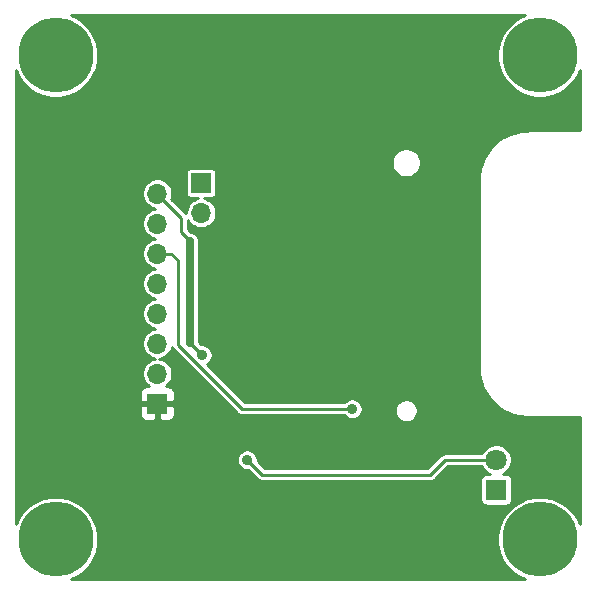
<source format=gbl>
G04 #@! TF.GenerationSoftware,KiCad,Pcbnew,(5.1.10)-1*
G04 #@! TF.CreationDate,2021-09-22T18:41:59-04:00*
G04 #@! TF.ProjectId,SD_CARD_X49,53445f43-4152-4445-9f58-34392e6b6963,1*
G04 #@! TF.SameCoordinates,Original*
G04 #@! TF.FileFunction,Copper,L2,Bot*
G04 #@! TF.FilePolarity,Positive*
%FSLAX46Y46*%
G04 Gerber Fmt 4.6, Leading zero omitted, Abs format (unit mm)*
G04 Created by KiCad (PCBNEW (5.1.10)-1) date 2021-09-22 18:41:59*
%MOMM*%
%LPD*%
G01*
G04 APERTURE LIST*
G04 #@! TA.AperFunction,ComponentPad*
%ADD10C,6.350000*%
G04 #@! TD*
G04 #@! TA.AperFunction,ComponentPad*
%ADD11R,1.800000X1.800000*%
G04 #@! TD*
G04 #@! TA.AperFunction,ComponentPad*
%ADD12C,1.800000*%
G04 #@! TD*
G04 #@! TA.AperFunction,ComponentPad*
%ADD13R,1.700000X1.700000*%
G04 #@! TD*
G04 #@! TA.AperFunction,ComponentPad*
%ADD14O,1.700000X1.700000*%
G04 #@! TD*
G04 #@! TA.AperFunction,ViaPad*
%ADD15C,0.889000*%
G04 #@! TD*
G04 #@! TA.AperFunction,Conductor*
%ADD16C,0.254000*%
G04 #@! TD*
G04 #@! TA.AperFunction,Conductor*
%ADD17C,0.635000*%
G04 #@! TD*
G04 #@! TA.AperFunction,Conductor*
%ADD18C,0.150000*%
G04 #@! TD*
G04 APERTURE END LIST*
D10*
X14000000Y-55000000D03*
X55000000Y-55000000D03*
X55000000Y-14000000D03*
X14000000Y-14000000D03*
D11*
X51308000Y-50800000D03*
D12*
X51308000Y-48260000D03*
D13*
X22600000Y-43500000D03*
D14*
X22600000Y-40960000D03*
X22600000Y-38420000D03*
X22600000Y-35880000D03*
X22600000Y-33340000D03*
X22600000Y-30800000D03*
X22600000Y-28260000D03*
X22600000Y-25720000D03*
D13*
X26325001Y-24825001D03*
D14*
X26325001Y-27365001D03*
D15*
X39400000Y-30800000D03*
X42700000Y-19400000D03*
X42700000Y-47900000D03*
X39200000Y-38500100D03*
X33500000Y-30500000D03*
X36830000Y-19558000D03*
X32258000Y-19558000D03*
X27686000Y-19304000D03*
X22860000Y-20066000D03*
X26416000Y-39370000D03*
X30226000Y-48260000D03*
X39116000Y-43942000D03*
D16*
X26416000Y-39370000D02*
X25400000Y-38354000D01*
X25400000Y-29718000D02*
X24638000Y-28956000D01*
X24638000Y-27758000D02*
X22600000Y-25720000D01*
X24638000Y-28956000D02*
X24638000Y-27758000D01*
D17*
X25400000Y-29718000D02*
X25400000Y-38354000D01*
D16*
X51308000Y-48260000D02*
X46990000Y-48260000D01*
X46990000Y-48260000D02*
X45720000Y-49530000D01*
X31496000Y-49530000D02*
X30226000Y-48260000D01*
X45720000Y-49530000D02*
X31496000Y-49530000D01*
X23802081Y-30800000D02*
X24384000Y-31381919D01*
X22600000Y-30800000D02*
X23802081Y-30800000D01*
X24384000Y-38559742D02*
X29766258Y-43942000D01*
X24384000Y-31381919D02*
X24384000Y-38559742D01*
X29766258Y-43942000D02*
X39116000Y-43942000D01*
X53291539Y-10803695D02*
X52700799Y-11198415D01*
X52198415Y-11700799D01*
X51803695Y-12291539D01*
X51531807Y-12947935D01*
X51393200Y-13644761D01*
X51393200Y-14355239D01*
X51531807Y-15052065D01*
X51803695Y-15708461D01*
X52198415Y-16299201D01*
X52700799Y-16801585D01*
X53291539Y-17196305D01*
X53947935Y-17468193D01*
X54644761Y-17606800D01*
X55355239Y-17606800D01*
X56052065Y-17468193D01*
X56708461Y-17196305D01*
X57299201Y-16801585D01*
X57801585Y-16299201D01*
X58196305Y-15708461D01*
X58377700Y-15270535D01*
X58377701Y-20377700D01*
X53969428Y-20377700D01*
X53941014Y-20380499D01*
X53919165Y-20380346D01*
X53910517Y-20381194D01*
X53231178Y-20452596D01*
X53175909Y-20463941D01*
X53120526Y-20474506D01*
X53112208Y-20477017D01*
X52459676Y-20679009D01*
X52407692Y-20700861D01*
X52355387Y-20721994D01*
X52347715Y-20726073D01*
X51746844Y-21050963D01*
X51700077Y-21082508D01*
X51652890Y-21113386D01*
X51646156Y-21118877D01*
X51119833Y-21554289D01*
X51080077Y-21594324D01*
X51039792Y-21633774D01*
X51034253Y-21640469D01*
X50602527Y-22169819D01*
X50571294Y-22216830D01*
X50539451Y-22263335D01*
X50535318Y-22270978D01*
X50214631Y-22874102D01*
X50193147Y-22926225D01*
X50170919Y-22978089D01*
X50168349Y-22986390D01*
X49970917Y-23640315D01*
X49959950Y-23695703D01*
X49948236Y-23750813D01*
X49947327Y-23759454D01*
X49935617Y-23878880D01*
X49902436Y-23918697D01*
X49888449Y-23939293D01*
X49878749Y-23962222D01*
X49873709Y-23986602D01*
X49873176Y-24006675D01*
X49890609Y-24337906D01*
X49880670Y-24439274D01*
X49880670Y-24439281D01*
X49877704Y-24469362D01*
X49875979Y-40561287D01*
X49876231Y-40563852D01*
X49877407Y-40707993D01*
X49880993Y-40741733D01*
X49881652Y-40775656D01*
X49882728Y-40784278D01*
X49969794Y-41444496D01*
X49982586Y-41499410D01*
X49994617Y-41554533D01*
X49997347Y-41562782D01*
X50210993Y-42193515D01*
X50234222Y-42244932D01*
X50256716Y-42296634D01*
X50260996Y-42304196D01*
X50593082Y-42881419D01*
X50625828Y-42927305D01*
X50657964Y-42973694D01*
X50663631Y-42980280D01*
X51101510Y-43482009D01*
X51142591Y-43520705D01*
X51183078Y-43559922D01*
X51189917Y-43565282D01*
X51716910Y-43972405D01*
X51764677Y-44002355D01*
X51812058Y-44032992D01*
X51819808Y-44036921D01*
X52415841Y-44333930D01*
X52468560Y-44354048D01*
X52520945Y-44374881D01*
X52529311Y-44377231D01*
X53171682Y-44552813D01*
X53227316Y-44562310D01*
X53282740Y-44572570D01*
X53291402Y-44573250D01*
X53947307Y-44620121D01*
X53969428Y-44622300D01*
X58377700Y-44622300D01*
X58377701Y-53729468D01*
X58196305Y-53291539D01*
X57801585Y-52700799D01*
X57299201Y-52198415D01*
X56708461Y-51803695D01*
X56052065Y-51531807D01*
X55355239Y-51393200D01*
X54644761Y-51393200D01*
X53947935Y-51531807D01*
X53291539Y-51803695D01*
X52700799Y-52198415D01*
X52198415Y-52700799D01*
X51803695Y-53291539D01*
X51531807Y-53947935D01*
X51393200Y-54644761D01*
X51393200Y-55355239D01*
X51531807Y-56052065D01*
X51803695Y-56708461D01*
X52198415Y-57299201D01*
X52700799Y-57801585D01*
X53291539Y-58196305D01*
X53729465Y-58377700D01*
X15270535Y-58377700D01*
X15708461Y-58196305D01*
X16299201Y-57801585D01*
X16801585Y-57299201D01*
X17196305Y-56708461D01*
X17468193Y-56052065D01*
X17606800Y-55355239D01*
X17606800Y-54644761D01*
X17468193Y-53947935D01*
X17196305Y-53291539D01*
X16801585Y-52700799D01*
X16299201Y-52198415D01*
X15708461Y-51803695D01*
X15052065Y-51531807D01*
X14355239Y-51393200D01*
X13644761Y-51393200D01*
X12947935Y-51531807D01*
X12291539Y-51803695D01*
X11700799Y-52198415D01*
X11198415Y-52700799D01*
X10803695Y-53291539D01*
X10622300Y-53729465D01*
X10622300Y-48173692D01*
X29349700Y-48173692D01*
X29349700Y-48346308D01*
X29383376Y-48515607D01*
X29449433Y-48675084D01*
X29545333Y-48818609D01*
X29667391Y-48940667D01*
X29810916Y-49036567D01*
X29970393Y-49102624D01*
X30139692Y-49136300D01*
X30312038Y-49136300D01*
X31081457Y-49905719D01*
X31098957Y-49927043D01*
X31184046Y-49996873D01*
X31281122Y-50048761D01*
X31386456Y-50080714D01*
X31468556Y-50088800D01*
X31468557Y-50088800D01*
X31495999Y-50091503D01*
X31523441Y-50088800D01*
X45692558Y-50088800D01*
X45720000Y-50091503D01*
X45747442Y-50088800D01*
X45747444Y-50088800D01*
X45829544Y-50080714D01*
X45934878Y-50048761D01*
X46031954Y-49996873D01*
X46117043Y-49927043D01*
X46134543Y-49905719D01*
X47221462Y-48818800D01*
X50097932Y-48818800D01*
X50127774Y-48890844D01*
X50273523Y-49108973D01*
X50459027Y-49294477D01*
X50677156Y-49440226D01*
X50739648Y-49466111D01*
X50408000Y-49466111D01*
X50323352Y-49474448D01*
X50241958Y-49499139D01*
X50166944Y-49539234D01*
X50101194Y-49593194D01*
X50047234Y-49658944D01*
X50007139Y-49733958D01*
X49982448Y-49815352D01*
X49974111Y-49900000D01*
X49974111Y-51700000D01*
X49982448Y-51784648D01*
X50007139Y-51866042D01*
X50047234Y-51941056D01*
X50101194Y-52006806D01*
X50166944Y-52060766D01*
X50241958Y-52100861D01*
X50323352Y-52125552D01*
X50408000Y-52133889D01*
X52208000Y-52133889D01*
X52292648Y-52125552D01*
X52374042Y-52100861D01*
X52449056Y-52060766D01*
X52514806Y-52006806D01*
X52568766Y-51941056D01*
X52608861Y-51866042D01*
X52633552Y-51784648D01*
X52641889Y-51700000D01*
X52641889Y-49900000D01*
X52633552Y-49815352D01*
X52608861Y-49733958D01*
X52568766Y-49658944D01*
X52514806Y-49593194D01*
X52449056Y-49539234D01*
X52374042Y-49499139D01*
X52292648Y-49474448D01*
X52208000Y-49466111D01*
X51876352Y-49466111D01*
X51938844Y-49440226D01*
X52156973Y-49294477D01*
X52342477Y-49108973D01*
X52488226Y-48890844D01*
X52588620Y-48648472D01*
X52639800Y-48391171D01*
X52639800Y-48128829D01*
X52588620Y-47871528D01*
X52488226Y-47629156D01*
X52342477Y-47411027D01*
X52156973Y-47225523D01*
X51938844Y-47079774D01*
X51696472Y-46979380D01*
X51439171Y-46928200D01*
X51176829Y-46928200D01*
X50919528Y-46979380D01*
X50677156Y-47079774D01*
X50459027Y-47225523D01*
X50273523Y-47411027D01*
X50127774Y-47629156D01*
X50097932Y-47701200D01*
X47017441Y-47701200D01*
X46989999Y-47698497D01*
X46962557Y-47701200D01*
X46962556Y-47701200D01*
X46880456Y-47709286D01*
X46775122Y-47741239D01*
X46678046Y-47793127D01*
X46592957Y-47862957D01*
X46575457Y-47884281D01*
X45488538Y-48971200D01*
X31727462Y-48971200D01*
X31102300Y-48346038D01*
X31102300Y-48173692D01*
X31068624Y-48004393D01*
X31002567Y-47844916D01*
X30906667Y-47701391D01*
X30784609Y-47579333D01*
X30641084Y-47483433D01*
X30481607Y-47417376D01*
X30312308Y-47383700D01*
X30139692Y-47383700D01*
X29970393Y-47417376D01*
X29810916Y-47483433D01*
X29667391Y-47579333D01*
X29545333Y-47701391D01*
X29449433Y-47844916D01*
X29383376Y-48004393D01*
X29349700Y-48173692D01*
X10622300Y-48173692D01*
X10622300Y-44350000D01*
X21111928Y-44350000D01*
X21124188Y-44474482D01*
X21160498Y-44594180D01*
X21219463Y-44704494D01*
X21298815Y-44801185D01*
X21395506Y-44880537D01*
X21505820Y-44939502D01*
X21625518Y-44975812D01*
X21750000Y-44988072D01*
X22314250Y-44985000D01*
X22473000Y-44826250D01*
X22473000Y-43627000D01*
X22727000Y-43627000D01*
X22727000Y-44826250D01*
X22885750Y-44985000D01*
X23450000Y-44988072D01*
X23574482Y-44975812D01*
X23694180Y-44939502D01*
X23804494Y-44880537D01*
X23901185Y-44801185D01*
X23980537Y-44704494D01*
X24039502Y-44594180D01*
X24075812Y-44474482D01*
X24088072Y-44350000D01*
X24085000Y-43785750D01*
X23926250Y-43627000D01*
X22727000Y-43627000D01*
X22473000Y-43627000D01*
X21273750Y-43627000D01*
X21115000Y-43785750D01*
X21111928Y-44350000D01*
X10622300Y-44350000D01*
X10622300Y-42650000D01*
X21111928Y-42650000D01*
X21115000Y-43214250D01*
X21273750Y-43373000D01*
X22473000Y-43373000D01*
X22473000Y-43353000D01*
X22727000Y-43353000D01*
X22727000Y-43373000D01*
X23926250Y-43373000D01*
X24085000Y-43214250D01*
X24088072Y-42650000D01*
X24075812Y-42525518D01*
X24039502Y-42405820D01*
X23980537Y-42295506D01*
X23901185Y-42198815D01*
X23804494Y-42119463D01*
X23694180Y-42060498D01*
X23574482Y-42024188D01*
X23450000Y-42011928D01*
X23331895Y-42012571D01*
X23417100Y-41955639D01*
X23595639Y-41777100D01*
X23735916Y-41567160D01*
X23832541Y-41333887D01*
X23881800Y-41086246D01*
X23881800Y-40833754D01*
X23832541Y-40586113D01*
X23735916Y-40352840D01*
X23595639Y-40142900D01*
X23417100Y-39964361D01*
X23207160Y-39824084D01*
X22973887Y-39727459D01*
X22785568Y-39690000D01*
X22973887Y-39652541D01*
X23207160Y-39555916D01*
X23417100Y-39415639D01*
X23595639Y-39237100D01*
X23735916Y-39027160D01*
X23832541Y-38793887D01*
X23847805Y-38717148D01*
X23865239Y-38774619D01*
X23865240Y-38774620D01*
X23917128Y-38871696D01*
X23986958Y-38956785D01*
X24008276Y-38974280D01*
X29351715Y-44317719D01*
X29369215Y-44339043D01*
X29454304Y-44408873D01*
X29551380Y-44460761D01*
X29656714Y-44492714D01*
X29738814Y-44500800D01*
X29738815Y-44500800D01*
X29766257Y-44503503D01*
X29793699Y-44500800D01*
X38435524Y-44500800D01*
X38557391Y-44622667D01*
X38700916Y-44718567D01*
X38860393Y-44784624D01*
X39029692Y-44818300D01*
X39202308Y-44818300D01*
X39371607Y-44784624D01*
X39531084Y-44718567D01*
X39674609Y-44622667D01*
X39796667Y-44500609D01*
X39892567Y-44357084D01*
X39958624Y-44197607D01*
X39992300Y-44028308D01*
X39992300Y-44010301D01*
X42706200Y-44010301D01*
X42706200Y-44203699D01*
X42743930Y-44393381D01*
X42817940Y-44572057D01*
X42925386Y-44732861D01*
X43062139Y-44869614D01*
X43222943Y-44977060D01*
X43401619Y-45051070D01*
X43591301Y-45088800D01*
X43784699Y-45088800D01*
X43974381Y-45051070D01*
X44153057Y-44977060D01*
X44313861Y-44869614D01*
X44450614Y-44732861D01*
X44558060Y-44572057D01*
X44632070Y-44393381D01*
X44669800Y-44203699D01*
X44669800Y-44010301D01*
X44632070Y-43820619D01*
X44558060Y-43641943D01*
X44450614Y-43481139D01*
X44313861Y-43344386D01*
X44153057Y-43236940D01*
X43974381Y-43162930D01*
X43784699Y-43125200D01*
X43591301Y-43125200D01*
X43401619Y-43162930D01*
X43222943Y-43236940D01*
X43062139Y-43344386D01*
X42925386Y-43481139D01*
X42817940Y-43641943D01*
X42743930Y-43820619D01*
X42706200Y-44010301D01*
X39992300Y-44010301D01*
X39992300Y-43855692D01*
X39958624Y-43686393D01*
X39892567Y-43526916D01*
X39796667Y-43383391D01*
X39674609Y-43261333D01*
X39531084Y-43165433D01*
X39371607Y-43099376D01*
X39202308Y-43065700D01*
X39029692Y-43065700D01*
X38860393Y-43099376D01*
X38700916Y-43165433D01*
X38557391Y-43261333D01*
X38435524Y-43383200D01*
X29997720Y-43383200D01*
X26781589Y-40167069D01*
X26831084Y-40146567D01*
X26974609Y-40050667D01*
X27096667Y-39928609D01*
X27192567Y-39785084D01*
X27258624Y-39625607D01*
X27292300Y-39456308D01*
X27292300Y-39283692D01*
X27258624Y-39114393D01*
X27192567Y-38954916D01*
X27096667Y-38811391D01*
X26974609Y-38689333D01*
X26831084Y-38593433D01*
X26671607Y-38527376D01*
X26502308Y-38493700D01*
X26329963Y-38493700D01*
X26149300Y-38313038D01*
X26149300Y-29681194D01*
X26138458Y-29571112D01*
X26095612Y-29429868D01*
X26026034Y-29299697D01*
X25932398Y-29185602D01*
X25818302Y-29091966D01*
X25688131Y-29022388D01*
X25546887Y-28979542D01*
X25441417Y-28969154D01*
X25196800Y-28724538D01*
X25196800Y-27983707D01*
X25329362Y-28182101D01*
X25507901Y-28360640D01*
X25717841Y-28500917D01*
X25951114Y-28597542D01*
X26198755Y-28646801D01*
X26451247Y-28646801D01*
X26698888Y-28597542D01*
X26932161Y-28500917D01*
X27142101Y-28360640D01*
X27320640Y-28182101D01*
X27460917Y-27972161D01*
X27557542Y-27738888D01*
X27606801Y-27491247D01*
X27606801Y-27238755D01*
X27557542Y-26991114D01*
X27460917Y-26757841D01*
X27320640Y-26547901D01*
X27142101Y-26369362D01*
X26932161Y-26229085D01*
X26698888Y-26132460D01*
X26580394Y-26108890D01*
X27175001Y-26108890D01*
X27259649Y-26100553D01*
X27341043Y-26075862D01*
X27416057Y-26035767D01*
X27481807Y-25981807D01*
X27535767Y-25916057D01*
X27575862Y-25841043D01*
X27600553Y-25759649D01*
X27608890Y-25675001D01*
X27608890Y-23975001D01*
X27600553Y-23890353D01*
X27575862Y-23808959D01*
X27535767Y-23733945D01*
X27481807Y-23668195D01*
X27416057Y-23614235D01*
X27341043Y-23574140D01*
X27259649Y-23549449D01*
X27175001Y-23541112D01*
X25475001Y-23541112D01*
X25390353Y-23549449D01*
X25308959Y-23574140D01*
X25233945Y-23614235D01*
X25168195Y-23668195D01*
X25114235Y-23733945D01*
X25074140Y-23808959D01*
X25049449Y-23890353D01*
X25041112Y-23975001D01*
X25041112Y-25675001D01*
X25049449Y-25759649D01*
X25074140Y-25841043D01*
X25114235Y-25916057D01*
X25168195Y-25981807D01*
X25233945Y-26035767D01*
X25308959Y-26075862D01*
X25390353Y-26100553D01*
X25475001Y-26108890D01*
X26069608Y-26108890D01*
X25951114Y-26132460D01*
X25717841Y-26229085D01*
X25507901Y-26369362D01*
X25329362Y-26547901D01*
X25189085Y-26757841D01*
X25092460Y-26991114D01*
X25043201Y-27238755D01*
X25043201Y-27370898D01*
X25035043Y-27360957D01*
X25013719Y-27343457D01*
X23812509Y-26142247D01*
X23832541Y-26093887D01*
X23881800Y-25846246D01*
X23881800Y-25593754D01*
X23832541Y-25346113D01*
X23735916Y-25112840D01*
X23595639Y-24902900D01*
X23417100Y-24724361D01*
X23207160Y-24584084D01*
X22973887Y-24487459D01*
X22726246Y-24438200D01*
X22473754Y-24438200D01*
X22226113Y-24487459D01*
X21992840Y-24584084D01*
X21782900Y-24724361D01*
X21604361Y-24902900D01*
X21464084Y-25112840D01*
X21367459Y-25346113D01*
X21318200Y-25593754D01*
X21318200Y-25846246D01*
X21367459Y-26093887D01*
X21464084Y-26327160D01*
X21604361Y-26537100D01*
X21782900Y-26715639D01*
X21992840Y-26855916D01*
X22226113Y-26952541D01*
X22414432Y-26990000D01*
X22226113Y-27027459D01*
X21992840Y-27124084D01*
X21782900Y-27264361D01*
X21604361Y-27442900D01*
X21464084Y-27652840D01*
X21367459Y-27886113D01*
X21318200Y-28133754D01*
X21318200Y-28386246D01*
X21367459Y-28633887D01*
X21464084Y-28867160D01*
X21604361Y-29077100D01*
X21782900Y-29255639D01*
X21992840Y-29395916D01*
X22226113Y-29492541D01*
X22414432Y-29530000D01*
X22226113Y-29567459D01*
X21992840Y-29664084D01*
X21782900Y-29804361D01*
X21604361Y-29982900D01*
X21464084Y-30192840D01*
X21367459Y-30426113D01*
X21318200Y-30673754D01*
X21318200Y-30926246D01*
X21367459Y-31173887D01*
X21464084Y-31407160D01*
X21604361Y-31617100D01*
X21782900Y-31795639D01*
X21992840Y-31935916D01*
X22226113Y-32032541D01*
X22414432Y-32070000D01*
X22226113Y-32107459D01*
X21992840Y-32204084D01*
X21782900Y-32344361D01*
X21604361Y-32522900D01*
X21464084Y-32732840D01*
X21367459Y-32966113D01*
X21318200Y-33213754D01*
X21318200Y-33466246D01*
X21367459Y-33713887D01*
X21464084Y-33947160D01*
X21604361Y-34157100D01*
X21782900Y-34335639D01*
X21992840Y-34475916D01*
X22226113Y-34572541D01*
X22414432Y-34610000D01*
X22226113Y-34647459D01*
X21992840Y-34744084D01*
X21782900Y-34884361D01*
X21604361Y-35062900D01*
X21464084Y-35272840D01*
X21367459Y-35506113D01*
X21318200Y-35753754D01*
X21318200Y-36006246D01*
X21367459Y-36253887D01*
X21464084Y-36487160D01*
X21604361Y-36697100D01*
X21782900Y-36875639D01*
X21992840Y-37015916D01*
X22226113Y-37112541D01*
X22414432Y-37150000D01*
X22226113Y-37187459D01*
X21992840Y-37284084D01*
X21782900Y-37424361D01*
X21604361Y-37602900D01*
X21464084Y-37812840D01*
X21367459Y-38046113D01*
X21318200Y-38293754D01*
X21318200Y-38546246D01*
X21367459Y-38793887D01*
X21464084Y-39027160D01*
X21604361Y-39237100D01*
X21782900Y-39415639D01*
X21992840Y-39555916D01*
X22226113Y-39652541D01*
X22414432Y-39690000D01*
X22226113Y-39727459D01*
X21992840Y-39824084D01*
X21782900Y-39964361D01*
X21604361Y-40142900D01*
X21464084Y-40352840D01*
X21367459Y-40586113D01*
X21318200Y-40833754D01*
X21318200Y-41086246D01*
X21367459Y-41333887D01*
X21464084Y-41567160D01*
X21604361Y-41777100D01*
X21782900Y-41955639D01*
X21868105Y-42012571D01*
X21750000Y-42011928D01*
X21625518Y-42024188D01*
X21505820Y-42060498D01*
X21395506Y-42119463D01*
X21298815Y-42198815D01*
X21219463Y-42295506D01*
X21160498Y-42405820D01*
X21124188Y-42525518D01*
X21111928Y-42650000D01*
X10622300Y-42650000D01*
X10622300Y-22985678D01*
X42456200Y-22985678D01*
X42456200Y-23228322D01*
X42503538Y-23466303D01*
X42596393Y-23690476D01*
X42731199Y-23892227D01*
X42902773Y-24063801D01*
X43104524Y-24198607D01*
X43328697Y-24291462D01*
X43566678Y-24338800D01*
X43809322Y-24338800D01*
X44047303Y-24291462D01*
X44271476Y-24198607D01*
X44473227Y-24063801D01*
X44644801Y-23892227D01*
X44779607Y-23690476D01*
X44872462Y-23466303D01*
X44919800Y-23228322D01*
X44919800Y-22985678D01*
X44872462Y-22747697D01*
X44779607Y-22523524D01*
X44644801Y-22321773D01*
X44473227Y-22150199D01*
X44271476Y-22015393D01*
X44047303Y-21922538D01*
X43809322Y-21875200D01*
X43566678Y-21875200D01*
X43328697Y-21922538D01*
X43104524Y-22015393D01*
X42902773Y-22150199D01*
X42731199Y-22321773D01*
X42596393Y-22523524D01*
X42503538Y-22747697D01*
X42456200Y-22985678D01*
X10622300Y-22985678D01*
X10622300Y-15270535D01*
X10803695Y-15708461D01*
X11198415Y-16299201D01*
X11700799Y-16801585D01*
X12291539Y-17196305D01*
X12947935Y-17468193D01*
X13644761Y-17606800D01*
X14355239Y-17606800D01*
X15052065Y-17468193D01*
X15708461Y-17196305D01*
X16299201Y-16801585D01*
X16801585Y-16299201D01*
X17196305Y-15708461D01*
X17468193Y-15052065D01*
X17606800Y-14355239D01*
X17606800Y-13644761D01*
X17468193Y-12947935D01*
X17196305Y-12291539D01*
X16801585Y-11700799D01*
X16299201Y-11198415D01*
X15708461Y-10803695D01*
X15270535Y-10622300D01*
X53729465Y-10622300D01*
X53291539Y-10803695D01*
G04 #@! TA.AperFunction,Conductor*
D18*
G36*
X53291539Y-10803695D02*
G01*
X52700799Y-11198415D01*
X52198415Y-11700799D01*
X51803695Y-12291539D01*
X51531807Y-12947935D01*
X51393200Y-13644761D01*
X51393200Y-14355239D01*
X51531807Y-15052065D01*
X51803695Y-15708461D01*
X52198415Y-16299201D01*
X52700799Y-16801585D01*
X53291539Y-17196305D01*
X53947935Y-17468193D01*
X54644761Y-17606800D01*
X55355239Y-17606800D01*
X56052065Y-17468193D01*
X56708461Y-17196305D01*
X57299201Y-16801585D01*
X57801585Y-16299201D01*
X58196305Y-15708461D01*
X58377700Y-15270535D01*
X58377701Y-20377700D01*
X53969428Y-20377700D01*
X53941014Y-20380499D01*
X53919165Y-20380346D01*
X53910517Y-20381194D01*
X53231178Y-20452596D01*
X53175909Y-20463941D01*
X53120526Y-20474506D01*
X53112208Y-20477017D01*
X52459676Y-20679009D01*
X52407692Y-20700861D01*
X52355387Y-20721994D01*
X52347715Y-20726073D01*
X51746844Y-21050963D01*
X51700077Y-21082508D01*
X51652890Y-21113386D01*
X51646156Y-21118877D01*
X51119833Y-21554289D01*
X51080077Y-21594324D01*
X51039792Y-21633774D01*
X51034253Y-21640469D01*
X50602527Y-22169819D01*
X50571294Y-22216830D01*
X50539451Y-22263335D01*
X50535318Y-22270978D01*
X50214631Y-22874102D01*
X50193147Y-22926225D01*
X50170919Y-22978089D01*
X50168349Y-22986390D01*
X49970917Y-23640315D01*
X49959950Y-23695703D01*
X49948236Y-23750813D01*
X49947327Y-23759454D01*
X49935617Y-23878880D01*
X49902436Y-23918697D01*
X49888449Y-23939293D01*
X49878749Y-23962222D01*
X49873709Y-23986602D01*
X49873176Y-24006675D01*
X49890609Y-24337906D01*
X49880670Y-24439274D01*
X49880670Y-24439281D01*
X49877704Y-24469362D01*
X49875979Y-40561287D01*
X49876231Y-40563852D01*
X49877407Y-40707993D01*
X49880993Y-40741733D01*
X49881652Y-40775656D01*
X49882728Y-40784278D01*
X49969794Y-41444496D01*
X49982586Y-41499410D01*
X49994617Y-41554533D01*
X49997347Y-41562782D01*
X50210993Y-42193515D01*
X50234222Y-42244932D01*
X50256716Y-42296634D01*
X50260996Y-42304196D01*
X50593082Y-42881419D01*
X50625828Y-42927305D01*
X50657964Y-42973694D01*
X50663631Y-42980280D01*
X51101510Y-43482009D01*
X51142591Y-43520705D01*
X51183078Y-43559922D01*
X51189917Y-43565282D01*
X51716910Y-43972405D01*
X51764677Y-44002355D01*
X51812058Y-44032992D01*
X51819808Y-44036921D01*
X52415841Y-44333930D01*
X52468560Y-44354048D01*
X52520945Y-44374881D01*
X52529311Y-44377231D01*
X53171682Y-44552813D01*
X53227316Y-44562310D01*
X53282740Y-44572570D01*
X53291402Y-44573250D01*
X53947307Y-44620121D01*
X53969428Y-44622300D01*
X58377700Y-44622300D01*
X58377701Y-53729468D01*
X58196305Y-53291539D01*
X57801585Y-52700799D01*
X57299201Y-52198415D01*
X56708461Y-51803695D01*
X56052065Y-51531807D01*
X55355239Y-51393200D01*
X54644761Y-51393200D01*
X53947935Y-51531807D01*
X53291539Y-51803695D01*
X52700799Y-52198415D01*
X52198415Y-52700799D01*
X51803695Y-53291539D01*
X51531807Y-53947935D01*
X51393200Y-54644761D01*
X51393200Y-55355239D01*
X51531807Y-56052065D01*
X51803695Y-56708461D01*
X52198415Y-57299201D01*
X52700799Y-57801585D01*
X53291539Y-58196305D01*
X53729465Y-58377700D01*
X15270535Y-58377700D01*
X15708461Y-58196305D01*
X16299201Y-57801585D01*
X16801585Y-57299201D01*
X17196305Y-56708461D01*
X17468193Y-56052065D01*
X17606800Y-55355239D01*
X17606800Y-54644761D01*
X17468193Y-53947935D01*
X17196305Y-53291539D01*
X16801585Y-52700799D01*
X16299201Y-52198415D01*
X15708461Y-51803695D01*
X15052065Y-51531807D01*
X14355239Y-51393200D01*
X13644761Y-51393200D01*
X12947935Y-51531807D01*
X12291539Y-51803695D01*
X11700799Y-52198415D01*
X11198415Y-52700799D01*
X10803695Y-53291539D01*
X10622300Y-53729465D01*
X10622300Y-48173692D01*
X29349700Y-48173692D01*
X29349700Y-48346308D01*
X29383376Y-48515607D01*
X29449433Y-48675084D01*
X29545333Y-48818609D01*
X29667391Y-48940667D01*
X29810916Y-49036567D01*
X29970393Y-49102624D01*
X30139692Y-49136300D01*
X30312038Y-49136300D01*
X31081457Y-49905719D01*
X31098957Y-49927043D01*
X31184046Y-49996873D01*
X31281122Y-50048761D01*
X31386456Y-50080714D01*
X31468556Y-50088800D01*
X31468557Y-50088800D01*
X31495999Y-50091503D01*
X31523441Y-50088800D01*
X45692558Y-50088800D01*
X45720000Y-50091503D01*
X45747442Y-50088800D01*
X45747444Y-50088800D01*
X45829544Y-50080714D01*
X45934878Y-50048761D01*
X46031954Y-49996873D01*
X46117043Y-49927043D01*
X46134543Y-49905719D01*
X47221462Y-48818800D01*
X50097932Y-48818800D01*
X50127774Y-48890844D01*
X50273523Y-49108973D01*
X50459027Y-49294477D01*
X50677156Y-49440226D01*
X50739648Y-49466111D01*
X50408000Y-49466111D01*
X50323352Y-49474448D01*
X50241958Y-49499139D01*
X50166944Y-49539234D01*
X50101194Y-49593194D01*
X50047234Y-49658944D01*
X50007139Y-49733958D01*
X49982448Y-49815352D01*
X49974111Y-49900000D01*
X49974111Y-51700000D01*
X49982448Y-51784648D01*
X50007139Y-51866042D01*
X50047234Y-51941056D01*
X50101194Y-52006806D01*
X50166944Y-52060766D01*
X50241958Y-52100861D01*
X50323352Y-52125552D01*
X50408000Y-52133889D01*
X52208000Y-52133889D01*
X52292648Y-52125552D01*
X52374042Y-52100861D01*
X52449056Y-52060766D01*
X52514806Y-52006806D01*
X52568766Y-51941056D01*
X52608861Y-51866042D01*
X52633552Y-51784648D01*
X52641889Y-51700000D01*
X52641889Y-49900000D01*
X52633552Y-49815352D01*
X52608861Y-49733958D01*
X52568766Y-49658944D01*
X52514806Y-49593194D01*
X52449056Y-49539234D01*
X52374042Y-49499139D01*
X52292648Y-49474448D01*
X52208000Y-49466111D01*
X51876352Y-49466111D01*
X51938844Y-49440226D01*
X52156973Y-49294477D01*
X52342477Y-49108973D01*
X52488226Y-48890844D01*
X52588620Y-48648472D01*
X52639800Y-48391171D01*
X52639800Y-48128829D01*
X52588620Y-47871528D01*
X52488226Y-47629156D01*
X52342477Y-47411027D01*
X52156973Y-47225523D01*
X51938844Y-47079774D01*
X51696472Y-46979380D01*
X51439171Y-46928200D01*
X51176829Y-46928200D01*
X50919528Y-46979380D01*
X50677156Y-47079774D01*
X50459027Y-47225523D01*
X50273523Y-47411027D01*
X50127774Y-47629156D01*
X50097932Y-47701200D01*
X47017441Y-47701200D01*
X46989999Y-47698497D01*
X46962557Y-47701200D01*
X46962556Y-47701200D01*
X46880456Y-47709286D01*
X46775122Y-47741239D01*
X46678046Y-47793127D01*
X46592957Y-47862957D01*
X46575457Y-47884281D01*
X45488538Y-48971200D01*
X31727462Y-48971200D01*
X31102300Y-48346038D01*
X31102300Y-48173692D01*
X31068624Y-48004393D01*
X31002567Y-47844916D01*
X30906667Y-47701391D01*
X30784609Y-47579333D01*
X30641084Y-47483433D01*
X30481607Y-47417376D01*
X30312308Y-47383700D01*
X30139692Y-47383700D01*
X29970393Y-47417376D01*
X29810916Y-47483433D01*
X29667391Y-47579333D01*
X29545333Y-47701391D01*
X29449433Y-47844916D01*
X29383376Y-48004393D01*
X29349700Y-48173692D01*
X10622300Y-48173692D01*
X10622300Y-44350000D01*
X21111928Y-44350000D01*
X21124188Y-44474482D01*
X21160498Y-44594180D01*
X21219463Y-44704494D01*
X21298815Y-44801185D01*
X21395506Y-44880537D01*
X21505820Y-44939502D01*
X21625518Y-44975812D01*
X21750000Y-44988072D01*
X22314250Y-44985000D01*
X22473000Y-44826250D01*
X22473000Y-43627000D01*
X22727000Y-43627000D01*
X22727000Y-44826250D01*
X22885750Y-44985000D01*
X23450000Y-44988072D01*
X23574482Y-44975812D01*
X23694180Y-44939502D01*
X23804494Y-44880537D01*
X23901185Y-44801185D01*
X23980537Y-44704494D01*
X24039502Y-44594180D01*
X24075812Y-44474482D01*
X24088072Y-44350000D01*
X24085000Y-43785750D01*
X23926250Y-43627000D01*
X22727000Y-43627000D01*
X22473000Y-43627000D01*
X21273750Y-43627000D01*
X21115000Y-43785750D01*
X21111928Y-44350000D01*
X10622300Y-44350000D01*
X10622300Y-42650000D01*
X21111928Y-42650000D01*
X21115000Y-43214250D01*
X21273750Y-43373000D01*
X22473000Y-43373000D01*
X22473000Y-43353000D01*
X22727000Y-43353000D01*
X22727000Y-43373000D01*
X23926250Y-43373000D01*
X24085000Y-43214250D01*
X24088072Y-42650000D01*
X24075812Y-42525518D01*
X24039502Y-42405820D01*
X23980537Y-42295506D01*
X23901185Y-42198815D01*
X23804494Y-42119463D01*
X23694180Y-42060498D01*
X23574482Y-42024188D01*
X23450000Y-42011928D01*
X23331895Y-42012571D01*
X23417100Y-41955639D01*
X23595639Y-41777100D01*
X23735916Y-41567160D01*
X23832541Y-41333887D01*
X23881800Y-41086246D01*
X23881800Y-40833754D01*
X23832541Y-40586113D01*
X23735916Y-40352840D01*
X23595639Y-40142900D01*
X23417100Y-39964361D01*
X23207160Y-39824084D01*
X22973887Y-39727459D01*
X22785568Y-39690000D01*
X22973887Y-39652541D01*
X23207160Y-39555916D01*
X23417100Y-39415639D01*
X23595639Y-39237100D01*
X23735916Y-39027160D01*
X23832541Y-38793887D01*
X23847805Y-38717148D01*
X23865239Y-38774619D01*
X23865240Y-38774620D01*
X23917128Y-38871696D01*
X23986958Y-38956785D01*
X24008276Y-38974280D01*
X29351715Y-44317719D01*
X29369215Y-44339043D01*
X29454304Y-44408873D01*
X29551380Y-44460761D01*
X29656714Y-44492714D01*
X29738814Y-44500800D01*
X29738815Y-44500800D01*
X29766257Y-44503503D01*
X29793699Y-44500800D01*
X38435524Y-44500800D01*
X38557391Y-44622667D01*
X38700916Y-44718567D01*
X38860393Y-44784624D01*
X39029692Y-44818300D01*
X39202308Y-44818300D01*
X39371607Y-44784624D01*
X39531084Y-44718567D01*
X39674609Y-44622667D01*
X39796667Y-44500609D01*
X39892567Y-44357084D01*
X39958624Y-44197607D01*
X39992300Y-44028308D01*
X39992300Y-44010301D01*
X42706200Y-44010301D01*
X42706200Y-44203699D01*
X42743930Y-44393381D01*
X42817940Y-44572057D01*
X42925386Y-44732861D01*
X43062139Y-44869614D01*
X43222943Y-44977060D01*
X43401619Y-45051070D01*
X43591301Y-45088800D01*
X43784699Y-45088800D01*
X43974381Y-45051070D01*
X44153057Y-44977060D01*
X44313861Y-44869614D01*
X44450614Y-44732861D01*
X44558060Y-44572057D01*
X44632070Y-44393381D01*
X44669800Y-44203699D01*
X44669800Y-44010301D01*
X44632070Y-43820619D01*
X44558060Y-43641943D01*
X44450614Y-43481139D01*
X44313861Y-43344386D01*
X44153057Y-43236940D01*
X43974381Y-43162930D01*
X43784699Y-43125200D01*
X43591301Y-43125200D01*
X43401619Y-43162930D01*
X43222943Y-43236940D01*
X43062139Y-43344386D01*
X42925386Y-43481139D01*
X42817940Y-43641943D01*
X42743930Y-43820619D01*
X42706200Y-44010301D01*
X39992300Y-44010301D01*
X39992300Y-43855692D01*
X39958624Y-43686393D01*
X39892567Y-43526916D01*
X39796667Y-43383391D01*
X39674609Y-43261333D01*
X39531084Y-43165433D01*
X39371607Y-43099376D01*
X39202308Y-43065700D01*
X39029692Y-43065700D01*
X38860393Y-43099376D01*
X38700916Y-43165433D01*
X38557391Y-43261333D01*
X38435524Y-43383200D01*
X29997720Y-43383200D01*
X26781589Y-40167069D01*
X26831084Y-40146567D01*
X26974609Y-40050667D01*
X27096667Y-39928609D01*
X27192567Y-39785084D01*
X27258624Y-39625607D01*
X27292300Y-39456308D01*
X27292300Y-39283692D01*
X27258624Y-39114393D01*
X27192567Y-38954916D01*
X27096667Y-38811391D01*
X26974609Y-38689333D01*
X26831084Y-38593433D01*
X26671607Y-38527376D01*
X26502308Y-38493700D01*
X26329963Y-38493700D01*
X26149300Y-38313038D01*
X26149300Y-29681194D01*
X26138458Y-29571112D01*
X26095612Y-29429868D01*
X26026034Y-29299697D01*
X25932398Y-29185602D01*
X25818302Y-29091966D01*
X25688131Y-29022388D01*
X25546887Y-28979542D01*
X25441417Y-28969154D01*
X25196800Y-28724538D01*
X25196800Y-27983707D01*
X25329362Y-28182101D01*
X25507901Y-28360640D01*
X25717841Y-28500917D01*
X25951114Y-28597542D01*
X26198755Y-28646801D01*
X26451247Y-28646801D01*
X26698888Y-28597542D01*
X26932161Y-28500917D01*
X27142101Y-28360640D01*
X27320640Y-28182101D01*
X27460917Y-27972161D01*
X27557542Y-27738888D01*
X27606801Y-27491247D01*
X27606801Y-27238755D01*
X27557542Y-26991114D01*
X27460917Y-26757841D01*
X27320640Y-26547901D01*
X27142101Y-26369362D01*
X26932161Y-26229085D01*
X26698888Y-26132460D01*
X26580394Y-26108890D01*
X27175001Y-26108890D01*
X27259649Y-26100553D01*
X27341043Y-26075862D01*
X27416057Y-26035767D01*
X27481807Y-25981807D01*
X27535767Y-25916057D01*
X27575862Y-25841043D01*
X27600553Y-25759649D01*
X27608890Y-25675001D01*
X27608890Y-23975001D01*
X27600553Y-23890353D01*
X27575862Y-23808959D01*
X27535767Y-23733945D01*
X27481807Y-23668195D01*
X27416057Y-23614235D01*
X27341043Y-23574140D01*
X27259649Y-23549449D01*
X27175001Y-23541112D01*
X25475001Y-23541112D01*
X25390353Y-23549449D01*
X25308959Y-23574140D01*
X25233945Y-23614235D01*
X25168195Y-23668195D01*
X25114235Y-23733945D01*
X25074140Y-23808959D01*
X25049449Y-23890353D01*
X25041112Y-23975001D01*
X25041112Y-25675001D01*
X25049449Y-25759649D01*
X25074140Y-25841043D01*
X25114235Y-25916057D01*
X25168195Y-25981807D01*
X25233945Y-26035767D01*
X25308959Y-26075862D01*
X25390353Y-26100553D01*
X25475001Y-26108890D01*
X26069608Y-26108890D01*
X25951114Y-26132460D01*
X25717841Y-26229085D01*
X25507901Y-26369362D01*
X25329362Y-26547901D01*
X25189085Y-26757841D01*
X25092460Y-26991114D01*
X25043201Y-27238755D01*
X25043201Y-27370898D01*
X25035043Y-27360957D01*
X25013719Y-27343457D01*
X23812509Y-26142247D01*
X23832541Y-26093887D01*
X23881800Y-25846246D01*
X23881800Y-25593754D01*
X23832541Y-25346113D01*
X23735916Y-25112840D01*
X23595639Y-24902900D01*
X23417100Y-24724361D01*
X23207160Y-24584084D01*
X22973887Y-24487459D01*
X22726246Y-24438200D01*
X22473754Y-24438200D01*
X22226113Y-24487459D01*
X21992840Y-24584084D01*
X21782900Y-24724361D01*
X21604361Y-24902900D01*
X21464084Y-25112840D01*
X21367459Y-25346113D01*
X21318200Y-25593754D01*
X21318200Y-25846246D01*
X21367459Y-26093887D01*
X21464084Y-26327160D01*
X21604361Y-26537100D01*
X21782900Y-26715639D01*
X21992840Y-26855916D01*
X22226113Y-26952541D01*
X22414432Y-26990000D01*
X22226113Y-27027459D01*
X21992840Y-27124084D01*
X21782900Y-27264361D01*
X21604361Y-27442900D01*
X21464084Y-27652840D01*
X21367459Y-27886113D01*
X21318200Y-28133754D01*
X21318200Y-28386246D01*
X21367459Y-28633887D01*
X21464084Y-28867160D01*
X21604361Y-29077100D01*
X21782900Y-29255639D01*
X21992840Y-29395916D01*
X22226113Y-29492541D01*
X22414432Y-29530000D01*
X22226113Y-29567459D01*
X21992840Y-29664084D01*
X21782900Y-29804361D01*
X21604361Y-29982900D01*
X21464084Y-30192840D01*
X21367459Y-30426113D01*
X21318200Y-30673754D01*
X21318200Y-30926246D01*
X21367459Y-31173887D01*
X21464084Y-31407160D01*
X21604361Y-31617100D01*
X21782900Y-31795639D01*
X21992840Y-31935916D01*
X22226113Y-32032541D01*
X22414432Y-32070000D01*
X22226113Y-32107459D01*
X21992840Y-32204084D01*
X21782900Y-32344361D01*
X21604361Y-32522900D01*
X21464084Y-32732840D01*
X21367459Y-32966113D01*
X21318200Y-33213754D01*
X21318200Y-33466246D01*
X21367459Y-33713887D01*
X21464084Y-33947160D01*
X21604361Y-34157100D01*
X21782900Y-34335639D01*
X21992840Y-34475916D01*
X22226113Y-34572541D01*
X22414432Y-34610000D01*
X22226113Y-34647459D01*
X21992840Y-34744084D01*
X21782900Y-34884361D01*
X21604361Y-35062900D01*
X21464084Y-35272840D01*
X21367459Y-35506113D01*
X21318200Y-35753754D01*
X21318200Y-36006246D01*
X21367459Y-36253887D01*
X21464084Y-36487160D01*
X21604361Y-36697100D01*
X21782900Y-36875639D01*
X21992840Y-37015916D01*
X22226113Y-37112541D01*
X22414432Y-37150000D01*
X22226113Y-37187459D01*
X21992840Y-37284084D01*
X21782900Y-37424361D01*
X21604361Y-37602900D01*
X21464084Y-37812840D01*
X21367459Y-38046113D01*
X21318200Y-38293754D01*
X21318200Y-38546246D01*
X21367459Y-38793887D01*
X21464084Y-39027160D01*
X21604361Y-39237100D01*
X21782900Y-39415639D01*
X21992840Y-39555916D01*
X22226113Y-39652541D01*
X22414432Y-39690000D01*
X22226113Y-39727459D01*
X21992840Y-39824084D01*
X21782900Y-39964361D01*
X21604361Y-40142900D01*
X21464084Y-40352840D01*
X21367459Y-40586113D01*
X21318200Y-40833754D01*
X21318200Y-41086246D01*
X21367459Y-41333887D01*
X21464084Y-41567160D01*
X21604361Y-41777100D01*
X21782900Y-41955639D01*
X21868105Y-42012571D01*
X21750000Y-42011928D01*
X21625518Y-42024188D01*
X21505820Y-42060498D01*
X21395506Y-42119463D01*
X21298815Y-42198815D01*
X21219463Y-42295506D01*
X21160498Y-42405820D01*
X21124188Y-42525518D01*
X21111928Y-42650000D01*
X10622300Y-42650000D01*
X10622300Y-22985678D01*
X42456200Y-22985678D01*
X42456200Y-23228322D01*
X42503538Y-23466303D01*
X42596393Y-23690476D01*
X42731199Y-23892227D01*
X42902773Y-24063801D01*
X43104524Y-24198607D01*
X43328697Y-24291462D01*
X43566678Y-24338800D01*
X43809322Y-24338800D01*
X44047303Y-24291462D01*
X44271476Y-24198607D01*
X44473227Y-24063801D01*
X44644801Y-23892227D01*
X44779607Y-23690476D01*
X44872462Y-23466303D01*
X44919800Y-23228322D01*
X44919800Y-22985678D01*
X44872462Y-22747697D01*
X44779607Y-22523524D01*
X44644801Y-22321773D01*
X44473227Y-22150199D01*
X44271476Y-22015393D01*
X44047303Y-21922538D01*
X43809322Y-21875200D01*
X43566678Y-21875200D01*
X43328697Y-21922538D01*
X43104524Y-22015393D01*
X42902773Y-22150199D01*
X42731199Y-22321773D01*
X42596393Y-22523524D01*
X42503538Y-22747697D01*
X42456200Y-22985678D01*
X10622300Y-22985678D01*
X10622300Y-15270535D01*
X10803695Y-15708461D01*
X11198415Y-16299201D01*
X11700799Y-16801585D01*
X12291539Y-17196305D01*
X12947935Y-17468193D01*
X13644761Y-17606800D01*
X14355239Y-17606800D01*
X15052065Y-17468193D01*
X15708461Y-17196305D01*
X16299201Y-16801585D01*
X16801585Y-16299201D01*
X17196305Y-15708461D01*
X17468193Y-15052065D01*
X17606800Y-14355239D01*
X17606800Y-13644761D01*
X17468193Y-12947935D01*
X17196305Y-12291539D01*
X16801585Y-11700799D01*
X16299201Y-11198415D01*
X15708461Y-10803695D01*
X15270535Y-10622300D01*
X53729465Y-10622300D01*
X53291539Y-10803695D01*
G37*
G04 #@! TD.AperFunction*
M02*

</source>
